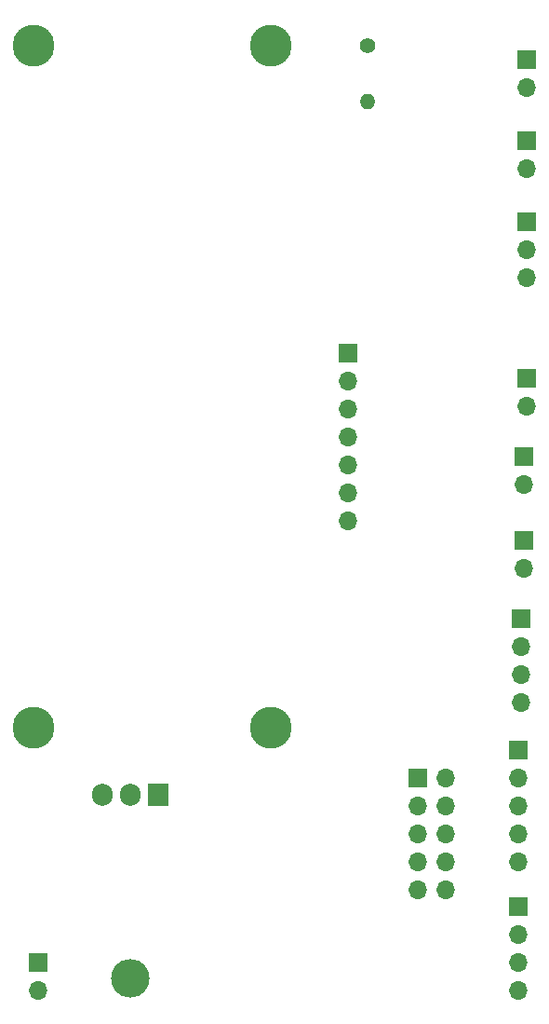
<source format=gbr>
%TF.GenerationSoftware,KiCad,Pcbnew,(5.1.9-0-10_14)*%
%TF.CreationDate,2021-11-19T16:31:04+01:00*%
%TF.ProjectId,Silviaduino,53696c76-6961-4647-9569-6e6f2e6b6963,rev?*%
%TF.SameCoordinates,Original*%
%TF.FileFunction,Soldermask,Bot*%
%TF.FilePolarity,Negative*%
%FSLAX46Y46*%
G04 Gerber Fmt 4.6, Leading zero omitted, Abs format (unit mm)*
G04 Created by KiCad (PCBNEW (5.1.9-0-10_14)) date 2021-11-19 16:31:04*
%MOMM*%
%LPD*%
G01*
G04 APERTURE LIST*
%ADD10C,3.800000*%
%ADD11O,1.905000X2.000000*%
%ADD12R,1.905000X2.000000*%
%ADD13O,3.500000X3.500000*%
%ADD14O,1.400000X1.400000*%
%ADD15C,1.400000*%
%ADD16O,1.700000X1.700000*%
%ADD17R,1.700000X1.700000*%
G04 APERTURE END LIST*
D10*
%TO.C,U4*%
X132715000Y-105156000D03*
X154305000Y-105156000D03*
X132715000Y-43180000D03*
X154305000Y-43180000D03*
%TD*%
D11*
%TO.C,U1*%
X138938000Y-111252000D03*
X141478000Y-111252000D03*
D12*
X144018000Y-111252000D03*
D13*
X141478000Y-127912000D03*
%TD*%
D14*
%TO.C,R15*%
X163068000Y-48260000D03*
D15*
X163068000Y-43180000D03*
%TD*%
D16*
%TO.C,J12*%
X133096000Y-129032000D03*
D17*
X133096000Y-126492000D03*
%TD*%
D16*
%TO.C,J11*%
X177038000Y-102870000D03*
X177038000Y-100330000D03*
X177038000Y-97790000D03*
D17*
X177038000Y-95250000D03*
%TD*%
D16*
%TO.C,J10*%
X170180000Y-119888000D03*
X167640000Y-119888000D03*
X170180000Y-117348000D03*
X167640000Y-117348000D03*
X170180000Y-114808000D03*
X167640000Y-114808000D03*
X170180000Y-112268000D03*
X167640000Y-112268000D03*
X170180000Y-109728000D03*
D17*
X167640000Y-109728000D03*
%TD*%
D16*
%TO.C,J9*%
X176784000Y-117348000D03*
X176784000Y-114808000D03*
X176784000Y-112268000D03*
X176784000Y-109728000D03*
D17*
X176784000Y-107188000D03*
%TD*%
D16*
%TO.C,J8*%
X176784000Y-129032000D03*
X176784000Y-126492000D03*
X176784000Y-123952000D03*
D17*
X176784000Y-121412000D03*
%TD*%
D16*
%TO.C,J7*%
X177546000Y-64262000D03*
X177546000Y-61722000D03*
D17*
X177546000Y-59182000D03*
%TD*%
D16*
%TO.C,J6*%
X161290000Y-86360000D03*
X161290000Y-83820000D03*
X161290000Y-81280000D03*
X161290000Y-78740000D03*
X161290000Y-76200000D03*
X161290000Y-73660000D03*
D17*
X161290000Y-71120000D03*
%TD*%
D16*
%TO.C,J5*%
X177292000Y-90678000D03*
D17*
X177292000Y-88138000D03*
%TD*%
D16*
%TO.C,J4*%
X177292000Y-83058000D03*
D17*
X177292000Y-80518000D03*
%TD*%
D16*
%TO.C,J3*%
X177546000Y-75946000D03*
D17*
X177546000Y-73406000D03*
%TD*%
D16*
%TO.C,J2*%
X177546000Y-54356000D03*
D17*
X177546000Y-51816000D03*
%TD*%
D16*
%TO.C,J1*%
X177546000Y-46990000D03*
D17*
X177546000Y-44450000D03*
%TD*%
M02*

</source>
